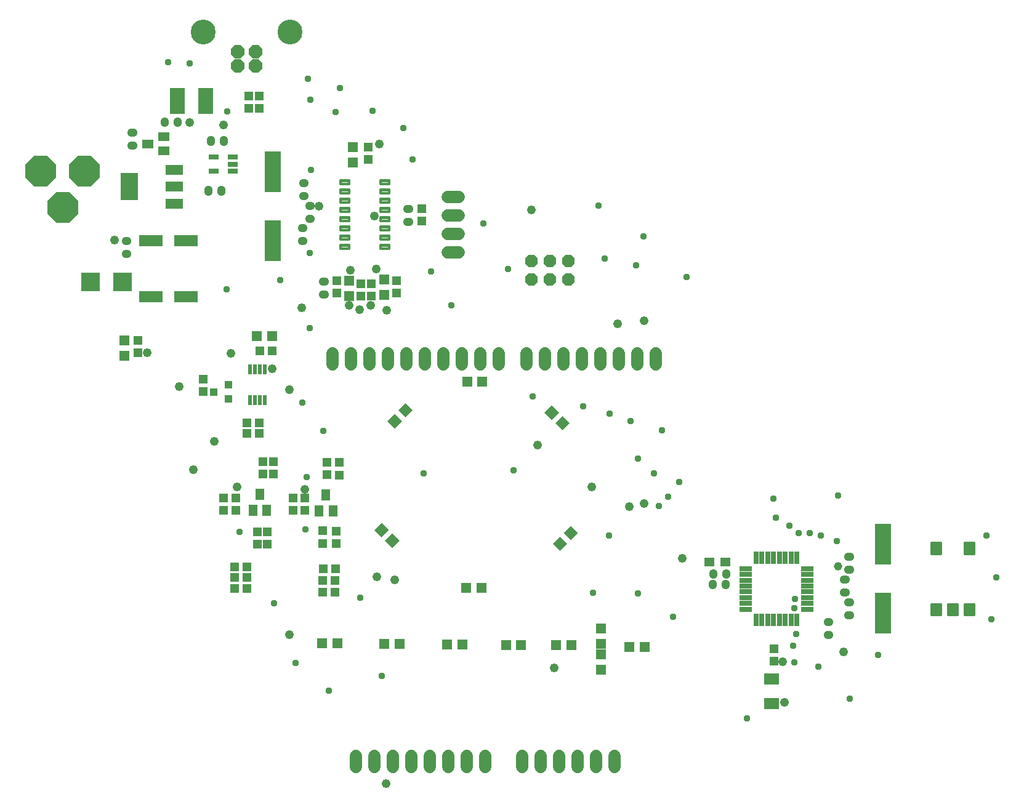
<source format=gbr>
G04 EAGLE Gerber RS-274X export*
G75*
%MOMM*%
%FSLAX34Y34*%
%LPD*%
%INSoldermask Top*%
%IPPOS*%
%AMOC8*
5,1,8,0,0,1.08239X$1,22.5*%
G01*
%ADD10P,1.897646X8X22.500000*%
%ADD11C,0.925344*%
%ADD12R,3.203200X1.603200*%
%ADD13R,1.403200X1.403200*%
%ADD14R,2.603200X2.603200*%
%ADD15P,4.549502X8X202.500000*%
%ADD16P,4.549502X8X112.500000*%
%ADD17C,2.153200*%
%ADD18P,2.034460X8X202.500000*%
%ADD19C,3.419200*%
%ADD20R,2.438400X1.422400*%
%ADD21R,2.403200X3.803200*%
%ADD22R,2.103200X3.603200*%
%ADD23R,1.092200X0.990600*%
%ADD24R,0.503200X1.403200*%
%ADD25C,0.416831*%
%ADD26R,2.003200X1.603200*%
%ADD27R,1.403200X1.203200*%
%ADD28C,1.727200*%
%ADD29C,0.362206*%
%ADD30R,1.303200X1.203200*%
%ADD31R,1.603200X1.203200*%
%ADD32R,2.203200X5.703200*%
%ADD33R,1.203200X1.303200*%
%ADD34R,1.203200X1.603200*%
%ADD35R,1.403200X0.753200*%
%ADD36R,1.403200X1.403200*%
%ADD37R,1.703200X0.803200*%
%ADD38R,0.803200X1.703200*%
%ADD39C,1.219200*%
%ADD40C,0.959600*%
%ADD41C,1.168400*%


D10*
X2546603Y1235351D03*
X2546603Y1260751D03*
X2572003Y1235351D03*
X2572003Y1260751D03*
X2597403Y1235351D03*
X2597403Y1260751D03*
D11*
X1991192Y1271954D02*
X1987412Y1271954D01*
X1991192Y1271954D02*
X1991192Y1270190D01*
X1987412Y1270190D01*
X1987412Y1271954D01*
X1987412Y1289734D02*
X1991192Y1289734D01*
X1991192Y1287970D01*
X1987412Y1287970D01*
X1987412Y1289734D01*
D12*
X2071106Y1211905D03*
X2023106Y1211905D03*
X2071360Y1288232D03*
X2023360Y1288232D03*
D13*
X1987058Y1130330D03*
X1987058Y1151330D03*
X2343877Y1213898D03*
X2343877Y1234898D03*
X2295973Y1212644D03*
X2295973Y1233644D03*
D14*
X1984301Y1231499D03*
X1940301Y1231499D03*
D15*
X1902089Y1333972D03*
D16*
X1932061Y1384010D03*
X1872117Y1384010D03*
D17*
X1909709Y1333972D03*
X1894469Y1333972D03*
X1872117Y1376390D03*
X1872117Y1391630D03*
X1932061Y1376390D03*
X1932061Y1391630D03*
D18*
X2142500Y1528800D03*
X2167500Y1528800D03*
X2167500Y1548800D03*
X2142500Y1548800D03*
D19*
X2215000Y1575900D03*
X2095000Y1575900D03*
D20*
X2055791Y1339636D03*
X2055791Y1362750D03*
X2055791Y1385864D03*
D21*
X1993813Y1362750D03*
D11*
X2796376Y818069D02*
X2796376Y814289D01*
X2794612Y814289D01*
X2794612Y818069D01*
X2796376Y818069D01*
X2814156Y818069D02*
X2814156Y814289D01*
X2812392Y814289D01*
X2812392Y818069D01*
X2814156Y818069D01*
D22*
X2059913Y1480677D03*
X2098913Y1480677D03*
D13*
X2169165Y1157102D03*
X2190165Y1157102D03*
D23*
X2130353Y1070962D03*
X2130353Y1090266D03*
X2110033Y1080614D03*
D11*
X2105971Y1424161D02*
X2105971Y1427941D01*
X2105971Y1424161D02*
X2104207Y1424161D01*
X2104207Y1427941D01*
X2105971Y1427941D01*
X2123751Y1427941D02*
X2123751Y1424161D01*
X2121987Y1424161D01*
X2121987Y1427941D01*
X2123751Y1427941D01*
X2374903Y1315866D02*
X2378683Y1315866D01*
X2378683Y1314102D01*
X2374903Y1314102D01*
X2374903Y1315866D01*
X2374903Y1333646D02*
X2378683Y1333646D01*
X2378683Y1331882D01*
X2374903Y1331882D01*
X2374903Y1333646D01*
X2978755Y806049D02*
X2978755Y804285D01*
X2974975Y804285D01*
X2974975Y806049D01*
X2978755Y806049D01*
X2978755Y822065D02*
X2978755Y823829D01*
X2978755Y822065D02*
X2974975Y822065D01*
X2974975Y823829D01*
X2978755Y823829D01*
X2956626Y747580D02*
X2952846Y747580D01*
X2956626Y747580D02*
X2956626Y745816D01*
X2952846Y745816D01*
X2952846Y747580D01*
X2952846Y765360D02*
X2956626Y765360D01*
X2956626Y763596D01*
X2952846Y763596D01*
X2952846Y765360D01*
X2233220Y1287314D02*
X2233220Y1289078D01*
X2233220Y1287314D02*
X2229440Y1287314D01*
X2229440Y1289078D01*
X2233220Y1289078D01*
X2233220Y1305094D02*
X2233220Y1306858D01*
X2233220Y1305094D02*
X2229440Y1305094D01*
X2229440Y1306858D01*
X2233220Y1306858D01*
X2239593Y1319996D02*
X2243373Y1319996D01*
X2243373Y1318232D01*
X2239593Y1318232D01*
X2239593Y1319996D01*
X2239593Y1337776D02*
X2243373Y1337776D01*
X2243373Y1336012D01*
X2239593Y1336012D01*
X2239593Y1337776D01*
X2234998Y1351181D02*
X2231218Y1351181D01*
X2234998Y1351181D02*
X2234998Y1349417D01*
X2231218Y1349417D01*
X2231218Y1351181D01*
X2231218Y1368961D02*
X2234998Y1368961D01*
X2234998Y1367197D01*
X2231218Y1367197D01*
X2231218Y1368961D01*
D24*
X2159989Y1111348D03*
X2166489Y1111348D03*
X2172989Y1111348D03*
X2179489Y1111348D03*
X2179489Y1069098D03*
X2172989Y1069098D03*
X2166489Y1069098D03*
X2159989Y1069098D03*
D25*
X3109068Y788518D02*
X3109068Y774654D01*
X3097204Y774654D01*
X3097204Y788518D01*
X3109068Y788518D01*
X3109068Y778614D02*
X3097204Y778614D01*
X3097204Y782574D02*
X3109068Y782574D01*
X3109068Y786534D02*
X3097204Y786534D01*
X3109068Y858654D02*
X3109068Y872518D01*
X3109068Y858654D02*
X3097204Y858654D01*
X3097204Y872518D01*
X3109068Y872518D01*
X3109068Y862614D02*
X3097204Y862614D01*
X3097204Y866574D02*
X3109068Y866574D01*
X3109068Y870534D02*
X3097204Y870534D01*
X3154068Y788518D02*
X3154068Y774654D01*
X3142204Y774654D01*
X3142204Y788518D01*
X3154068Y788518D01*
X3154068Y778614D02*
X3142204Y778614D01*
X3142204Y782574D02*
X3154068Y782574D01*
X3154068Y786534D02*
X3142204Y786534D01*
X3154068Y858654D02*
X3154068Y872518D01*
X3154068Y858654D02*
X3142204Y858654D01*
X3142204Y872518D01*
X3154068Y872518D01*
X3154068Y862614D02*
X3142204Y862614D01*
X3142204Y866574D02*
X3154068Y866574D01*
X3154068Y870534D02*
X3142204Y870534D01*
X3131568Y788518D02*
X3131568Y774654D01*
X3119704Y774654D01*
X3119704Y788518D01*
X3131568Y788518D01*
X3131568Y778614D02*
X3119704Y778614D01*
X3119704Y782574D02*
X3131568Y782574D01*
X3131568Y786534D02*
X3119704Y786534D01*
D26*
X2876528Y651908D03*
X2876528Y685908D03*
D27*
X2790809Y846536D03*
X2812809Y846536D03*
D11*
X2813119Y832424D02*
X2813119Y828644D01*
X2813119Y832424D02*
X2814883Y832424D01*
X2814883Y828644D01*
X2813119Y828644D01*
X2795339Y828644D02*
X2795339Y832424D01*
X2797103Y832424D01*
X2797103Y828644D01*
X2795339Y828644D01*
D28*
X2305400Y580020D02*
X2305400Y564780D01*
X2330800Y564780D02*
X2330800Y580020D01*
X2356200Y580020D02*
X2356200Y564780D01*
X2381600Y564780D02*
X2381600Y580020D01*
X2407000Y580020D02*
X2407000Y564780D01*
X2432400Y564780D02*
X2432400Y580020D01*
X2457800Y580020D02*
X2457800Y564780D01*
X2483200Y564780D02*
X2483200Y580020D01*
X2534000Y580020D02*
X2534000Y564780D01*
X2559400Y564780D02*
X2559400Y580020D01*
X2584800Y580020D02*
X2584800Y564780D01*
X2610200Y564780D02*
X2610200Y580020D01*
X2635600Y580020D02*
X2635600Y564780D01*
X2661000Y564780D02*
X2661000Y580020D01*
X2717740Y1118031D02*
X2717740Y1133271D01*
X2692340Y1133271D02*
X2692340Y1118031D01*
X2666940Y1118031D02*
X2666940Y1133271D01*
X2641540Y1133271D02*
X2641540Y1118031D01*
X2616140Y1118031D02*
X2616140Y1133271D01*
X2590740Y1133271D02*
X2590740Y1118031D01*
X2565340Y1118031D02*
X2565340Y1133271D01*
X2539940Y1133271D02*
X2539940Y1118031D01*
X2501840Y1118031D02*
X2501840Y1133271D01*
X2476440Y1133271D02*
X2476440Y1118031D01*
X2451040Y1118031D02*
X2451040Y1133271D01*
X2425640Y1133271D02*
X2425640Y1118031D01*
X2400240Y1118031D02*
X2400240Y1133271D01*
X2374840Y1133271D02*
X2374840Y1118031D01*
X2349440Y1118031D02*
X2349440Y1133271D01*
X2324040Y1133271D02*
X2324040Y1118031D01*
X2298640Y1118031D02*
X2298640Y1133271D01*
X2273240Y1133271D02*
X2273240Y1118031D01*
D29*
X2284035Y1354159D02*
X2295545Y1354159D01*
X2284035Y1354159D02*
X2284035Y1358769D01*
X2295545Y1358769D01*
X2295545Y1354159D01*
X2295545Y1357600D02*
X2284035Y1357600D01*
X2339035Y1328759D02*
X2350545Y1328759D01*
X2339035Y1328759D02*
X2339035Y1333369D01*
X2350545Y1333369D01*
X2350545Y1328759D01*
X2350545Y1332200D02*
X2339035Y1332200D01*
X2295545Y1366859D02*
X2284035Y1366859D01*
X2284035Y1371469D01*
X2295545Y1371469D01*
X2295545Y1366859D01*
X2295545Y1370300D02*
X2284035Y1370300D01*
X2284035Y1341459D02*
X2295545Y1341459D01*
X2284035Y1341459D02*
X2284035Y1346069D01*
X2295545Y1346069D01*
X2295545Y1341459D01*
X2295545Y1344900D02*
X2284035Y1344900D01*
X2284035Y1328759D02*
X2295545Y1328759D01*
X2284035Y1328759D02*
X2284035Y1333369D01*
X2295545Y1333369D01*
X2295545Y1328759D01*
X2295545Y1332200D02*
X2284035Y1332200D01*
X2339035Y1341459D02*
X2350545Y1341459D01*
X2339035Y1341459D02*
X2339035Y1346069D01*
X2350545Y1346069D01*
X2350545Y1341459D01*
X2350545Y1344900D02*
X2339035Y1344900D01*
X2339035Y1316059D02*
X2350545Y1316059D01*
X2339035Y1316059D02*
X2339035Y1320669D01*
X2350545Y1320669D01*
X2350545Y1316059D01*
X2350545Y1319500D02*
X2339035Y1319500D01*
X2339035Y1303359D02*
X2350545Y1303359D01*
X2339035Y1303359D02*
X2339035Y1307969D01*
X2350545Y1307969D01*
X2350545Y1303359D01*
X2350545Y1306800D02*
X2339035Y1306800D01*
X2295545Y1303359D02*
X2284035Y1303359D01*
X2284035Y1307969D01*
X2295545Y1307969D01*
X2295545Y1303359D01*
X2295545Y1306800D02*
X2284035Y1306800D01*
X2339035Y1277959D02*
X2350545Y1277959D01*
X2339035Y1277959D02*
X2339035Y1282569D01*
X2350545Y1282569D01*
X2350545Y1277959D01*
X2350545Y1281400D02*
X2339035Y1281400D01*
X2295545Y1316059D02*
X2284035Y1316059D01*
X2284035Y1320669D01*
X2295545Y1320669D01*
X2295545Y1316059D01*
X2295545Y1319500D02*
X2284035Y1319500D01*
X2284035Y1290659D02*
X2295545Y1290659D01*
X2284035Y1290659D02*
X2284035Y1295269D01*
X2295545Y1295269D01*
X2295545Y1290659D01*
X2295545Y1294100D02*
X2284035Y1294100D01*
X2339035Y1290659D02*
X2350545Y1290659D01*
X2339035Y1290659D02*
X2339035Y1295269D01*
X2350545Y1295269D01*
X2350545Y1290659D01*
X2350545Y1294100D02*
X2339035Y1294100D01*
X2295545Y1277959D02*
X2284035Y1277959D01*
X2284035Y1282569D01*
X2295545Y1282569D01*
X2295545Y1277959D01*
X2295545Y1281400D02*
X2284035Y1281400D01*
X2339035Y1354159D02*
X2350545Y1354159D01*
X2339035Y1354159D02*
X2339035Y1358769D01*
X2350545Y1358769D01*
X2350545Y1354159D01*
X2350545Y1357600D02*
X2339035Y1357600D01*
X2339035Y1366859D02*
X2350545Y1366859D01*
X2339035Y1366859D02*
X2339035Y1371469D01*
X2350545Y1371469D01*
X2350545Y1366859D01*
X2350545Y1370300D02*
X2339035Y1370300D01*
D30*
X2312193Y1229625D03*
X2312193Y1212625D03*
X2326447Y1229625D03*
X2326447Y1212625D03*
D11*
X2262453Y1232181D02*
X2258673Y1232181D01*
X2258673Y1233945D01*
X2262453Y1233945D01*
X2262453Y1232181D01*
X2262453Y1214401D02*
X2258673Y1214401D01*
X2258673Y1216165D01*
X2262453Y1216165D01*
X2262453Y1214401D01*
D13*
X2300718Y1395992D03*
X2300718Y1416992D03*
D30*
X2321718Y1416992D03*
X2321718Y1399992D03*
X2172501Y1470903D03*
X2172501Y1487903D03*
X2157501Y1470903D03*
X2157501Y1487903D03*
D31*
X2019333Y1421760D03*
X2041333Y1431260D03*
X2041333Y1412260D03*
D11*
X2058468Y1449886D02*
X2058468Y1453666D01*
X2060232Y1453666D01*
X2060232Y1449886D01*
X2058468Y1449886D01*
X2040688Y1449886D02*
X2040688Y1453666D01*
X2042452Y1453666D01*
X2042452Y1449886D01*
X2040688Y1449886D01*
X1999223Y1436768D02*
X1995443Y1436768D01*
X1995443Y1438532D01*
X1999223Y1438532D01*
X1999223Y1436768D01*
X1999223Y1418988D02*
X1995443Y1418988D01*
X1995443Y1420752D01*
X1999223Y1420752D01*
X1999223Y1418988D01*
D32*
X2190841Y1383783D03*
X2190841Y1288783D03*
X3030155Y871529D03*
X3030155Y776529D03*
D13*
X2680942Y730117D03*
X2701942Y730117D03*
X2580500Y732000D03*
X2601500Y732000D03*
X2511500Y732000D03*
X2532500Y732000D03*
X2430500Y733000D03*
X2451500Y733000D03*
X2344500Y734000D03*
X2365500Y734000D03*
X2258500Y735000D03*
X2279500Y735000D03*
D33*
X2155468Y810063D03*
X2138468Y810063D03*
X2155468Y825063D03*
X2138468Y825063D03*
X2155468Y840063D03*
X2138468Y840063D03*
D34*
X2173317Y939429D03*
X2182817Y917429D03*
X2163817Y917429D03*
D30*
X2140317Y917929D03*
X2140317Y934929D03*
X2123317Y917659D03*
X2123317Y934659D03*
X2191399Y967922D03*
X2191399Y984922D03*
X2183317Y870929D03*
X2183317Y887929D03*
X2177399Y984922D03*
X2177399Y967922D03*
X2169317Y887929D03*
X2169317Y870929D03*
D33*
X2172480Y1023914D03*
X2155480Y1023914D03*
X2155480Y1038295D03*
X2172480Y1038295D03*
D30*
X2395417Y1332720D03*
X2395417Y1315720D03*
X2879793Y727364D03*
X2879793Y710364D03*
X2095265Y1098078D03*
X2095265Y1081078D03*
X2278733Y1233244D03*
X2278733Y1216244D03*
X2360777Y1233593D03*
X2360777Y1216593D03*
X2005298Y1134530D03*
X2005298Y1151530D03*
D33*
X2189708Y1137139D03*
X2172708Y1137139D03*
D28*
X2431098Y1272392D02*
X2446338Y1272392D01*
X2446338Y1297792D02*
X2431098Y1297792D01*
X2431098Y1323192D02*
X2446338Y1323192D01*
X2446338Y1348592D02*
X2431098Y1348592D01*
D11*
X2981249Y774807D02*
X2985029Y774807D01*
X2985029Y773043D01*
X2981249Y773043D01*
X2981249Y774807D01*
X2981249Y792587D02*
X2985029Y792587D01*
X2985029Y790823D01*
X2981249Y790823D01*
X2981249Y792587D01*
X2981090Y853156D02*
X2984870Y853156D01*
X2981090Y853156D02*
X2981090Y854920D01*
X2984870Y854920D01*
X2984870Y853156D01*
X2984870Y835376D02*
X2981090Y835376D01*
X2981090Y837140D01*
X2984870Y837140D01*
X2984870Y835376D01*
X2102563Y1355519D02*
X2102563Y1359299D01*
X2102563Y1355519D02*
X2100799Y1355519D01*
X2100799Y1359299D01*
X2102563Y1359299D01*
X2120343Y1359299D02*
X2120343Y1355519D01*
X2118579Y1355519D01*
X2118579Y1359299D01*
X2120343Y1359299D01*
D35*
X2135649Y1384401D03*
X2135649Y1393901D03*
X2135649Y1403401D03*
X2109649Y1403401D03*
X2109649Y1384401D03*
D36*
G36*
X2586042Y881718D02*
X2595964Y871796D01*
X2586042Y861874D01*
X2576120Y871796D01*
X2586042Y881718D01*
G37*
G36*
X2600892Y896568D02*
X2610814Y886646D01*
X2600892Y876724D01*
X2590970Y886646D01*
X2600892Y896568D01*
G37*
G36*
X2350346Y890710D02*
X2340424Y880788D01*
X2330502Y890710D01*
X2340424Y900632D01*
X2350346Y890710D01*
G37*
G36*
X2365196Y875860D02*
X2355274Y865938D01*
X2345352Y875860D01*
X2355274Y885782D01*
X2365196Y875860D01*
G37*
G36*
X2358458Y1050501D02*
X2368380Y1040579D01*
X2358458Y1030657D01*
X2348536Y1040579D01*
X2358458Y1050501D01*
G37*
G36*
X2373308Y1065351D02*
X2383230Y1055429D01*
X2373308Y1045507D01*
X2363386Y1055429D01*
X2373308Y1065351D01*
G37*
G36*
X2584534Y1052508D02*
X2574612Y1042586D01*
X2564690Y1052508D01*
X2574612Y1062430D01*
X2584534Y1052508D01*
G37*
G36*
X2599384Y1037658D02*
X2589462Y1027736D01*
X2579540Y1037658D01*
X2589462Y1047580D01*
X2599384Y1037658D01*
G37*
D13*
X2456856Y811022D03*
X2477856Y811022D03*
X2458126Y1094613D03*
X2479126Y1094613D03*
D37*
X2925908Y781625D03*
X2925908Y789625D03*
X2925908Y797625D03*
X2925908Y805625D03*
X2925908Y813625D03*
X2925908Y821625D03*
X2925908Y829625D03*
X2925908Y837625D03*
D38*
X2911408Y852125D03*
X2903408Y852125D03*
X2895408Y852125D03*
X2887408Y852125D03*
X2879408Y852125D03*
X2871408Y852125D03*
X2863408Y852125D03*
X2855408Y852125D03*
D37*
X2840908Y837625D03*
X2840908Y829625D03*
X2840908Y821625D03*
X2840908Y813625D03*
X2840908Y805625D03*
X2840908Y797625D03*
X2840908Y789625D03*
X2840908Y781625D03*
D38*
X2855408Y767125D03*
X2863408Y767125D03*
X2871408Y767125D03*
X2879408Y767125D03*
X2887408Y767125D03*
X2895408Y767125D03*
X2903408Y767125D03*
X2911408Y767125D03*
D33*
X2276339Y805307D03*
X2259339Y805307D03*
X2276466Y820928D03*
X2259466Y820928D03*
X2276974Y837565D03*
X2259974Y837565D03*
D34*
X2264029Y938735D03*
X2273529Y916735D03*
X2254529Y916735D03*
D30*
X2235200Y917330D03*
X2235200Y934330D03*
X2219198Y917584D03*
X2219198Y934584D03*
X2265807Y966479D03*
X2265807Y983479D03*
X2278253Y871737D03*
X2278253Y888737D03*
X2282063Y983352D03*
X2282063Y966352D03*
X2259838Y889372D03*
X2259838Y872372D03*
D13*
X2641854Y754974D03*
X2641854Y733974D03*
X2641981Y698668D03*
X2641981Y719668D03*
D39*
X1973453Y1289431D03*
X2123059Y1447800D03*
X2230882Y1196594D03*
X2337054Y1421511D03*
X2346325Y542163D03*
X2133092Y1133602D03*
X2018284Y1134364D03*
X2081911Y973963D03*
X2546223Y1330833D03*
X2892298Y709422D03*
X2894838Y653415D03*
X2975483Y722757D03*
X2753741Y851789D03*
X2577465Y700659D03*
D40*
X2243455Y1385951D03*
X2383282Y1400302D03*
X2480310Y1312291D03*
X2692781Y988822D03*
X2653030Y883158D03*
X2715387Y968375D03*
X2241550Y1271397D03*
X2201164Y1234313D03*
X2127631Y1221867D03*
X2231771Y1065657D03*
X2398395Y968502D03*
X2522220Y972947D03*
X2631567Y804291D03*
X2692654Y803529D03*
X2741041Y771398D03*
X3022854Y718693D03*
X2940812Y702310D03*
X2966339Y875665D03*
X2968498Y938149D03*
X3172206Y882777D03*
X3185795Y825246D03*
X3179318Y767588D03*
X2984373Y659003D03*
X2842641Y631825D03*
X2340864Y689737D03*
X2268093Y669290D03*
X2192528Y790194D03*
X2145030Y887984D03*
X2235454Y891159D03*
X2237740Y963168D03*
X2259965Y1026541D03*
X2277364Y1465834D03*
X2242185Y1482725D03*
X2076450Y1532636D03*
X2047367Y1533779D03*
X2128393Y1466596D03*
X2239264Y1511046D03*
X2283079Y1498600D03*
X2327910Y1467358D03*
X2370582Y1443355D03*
X2638933Y1336421D03*
X2700528Y1294257D03*
X2759964Y1238631D03*
X2646934Y1264412D03*
X2690368Y1254633D03*
X2513965Y1249680D03*
X2408555Y1246505D03*
X2241550Y1168146D03*
X2311146Y797433D03*
X2222246Y707771D03*
D41*
X2968244Y840613D03*
D39*
X2254250Y1335786D03*
X2681351Y922528D03*
X2110105Y1012444D03*
X2701417Y927100D03*
X2189861Y1112139D03*
X2213356Y746506D03*
X2213356Y1083945D03*
D40*
X2436622Y1199515D03*
X2879598Y933577D03*
D39*
X2062353Y1088263D03*
X2076831Y1450721D03*
X2358771Y822325D03*
X2334387Y826262D03*
D40*
X2910205Y747141D03*
X2749296Y957072D03*
X2906522Y731774D03*
X2734183Y936498D03*
D39*
X2310638Y1193927D03*
X2701417Y1178433D03*
X2295906Y1199515D03*
D40*
X2721610Y924052D03*
X2908046Y708660D03*
D39*
X2664714Y1174496D03*
X2347595Y1192530D03*
X2325185Y1199769D03*
D40*
X2908300Y782701D03*
X2726309Y1027430D03*
X2909062Y795528D03*
X2682875Y1040638D03*
X2944749Y883158D03*
X2653919Y1050544D03*
X2929382Y886079D03*
X2617724Y1060958D03*
D39*
X2235200Y946912D03*
X2629281Y949833D03*
D40*
X2914015Y886587D03*
X2548382Y1074194D03*
D39*
X2141728Y949833D03*
X2554986Y1007872D03*
D40*
X2901315Y896747D03*
X2882392Y907669D03*
D39*
X2297303Y1248280D03*
X2332736Y1249299D03*
X2330747Y1322344D03*
M02*

</source>
